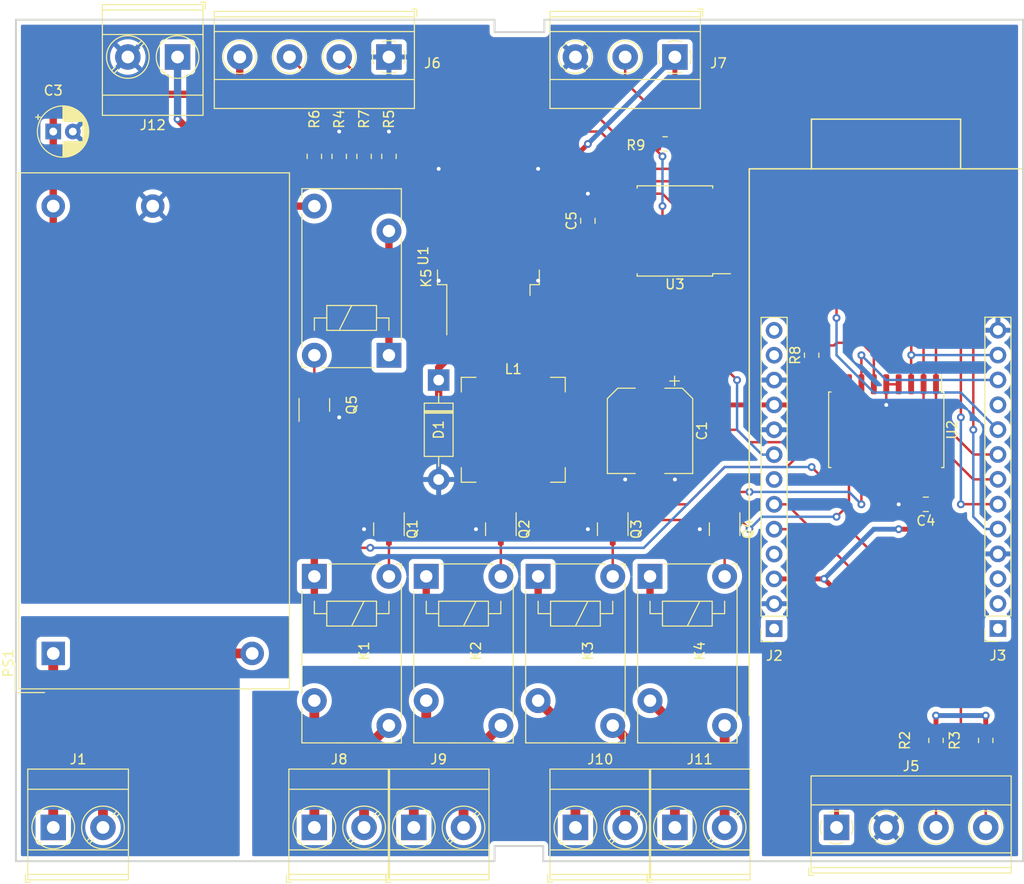
<source format=kicad_pcb>
(kicad_pcb (version 20211014) (generator pcbnew)
  (layers (0 "F.Cu" signal) (31 "B.Cu" signal) (34 "B.Paste" user) (35 "F.Paste" user) (36 "B.SilkS" user "B.Silkscreen") (37 "F.SilkS" user "F.Silkscreen") (38 "B.Mask" user) (39 "F.Mask" user) (44 "Edge.Cuts" user))
  (net 0 "")
  (net 1 "Net-(J1-Pad1)")
  (net 2 "Net-(J1-Pad2)")
  (net 3 "Net-(J8-Pad1)")
  (net 4 "EXT_GPIO0")
  (net 5 "Net-(K1-Pad2)")
  (net 6 "EXT_GPIO2")
  (net 7 "Net-(K2-Pad2)")
  (net 8 "EXT_GPIO4")
  (net 9 "Net-(K3-Pad2)")
  (net 10 "EXT_GPIO1")
  (net 11 "Net-(K4-Pad2)")
  (net 12 "EXT_GPIO3")
  (net 13 "Net-(K5-Pad2)")
  (net 14 "EXT_GPIO5")
  (net 15 "Net-(D1-Pad1)")
  (net 16 "GND")
  (net 17 "+3V3")
  (net 18 "GPIO14{slash}SPI-SCLK")
  (net 19 "GPIO15{slash}SPI-MOSI")
  (net 20 "GPIO2{slash}SPI-MISO")
  (net 21 "Net-(R8-Pad2)")
  (net 22 "GPIO4{slash}SPI-CS-EXPANDER")
  (net 24 "EXT_GPIO6")
  (net 25 "+12V")
  (net 26 "Net-(J8-Pad2)")
  (net 27 "ESP_EN (RESERVED)")
  (net 28 "ESP_EN")
  (net 29 "GPIO32{slash}I2C-SCL")
  (net 30 "GPIO33{slash}I2C-SDA")
  (net 31 "+5V")
  (net 32 "LINK LED")
  (net 33 "GPIO1, TXD0 (RESERVED)")
  (net 34 "GPIO3, RXD0 (RESERVED)")
  (net 35 "GPIO0 (RESERVED)")
  (net 36 "GPI39{slash}WATERMETER_2")
  (net 37 "GPI36{slash}WATERMETER_1")
  (net 38 "GPIO12{slash}SPI-CS-SENSOR")
  (net 39 "GPI35")
  (net 40 "Net-(J9-Pad1)")
  (net 41 "Net-(J9-Pad2)")
  (net 42 "Net-(J10-Pad1)")
  (net 43 "Net-(J10-Pad2)")
  (net 44 "Net-(J11-Pad1)")
  (net 45 "Net-(J11-Pad2)")
  (net 46 "Net-(J12-Pad1)")
  (net 47 "Net-(J6-Pad2)")
  (net 48 "Net-(J6-Pad3)")
  (net 49 "Net-(U3-Pad1)")
  (net 50 "Net-(U3-Pad2)")
  (net 51 "Net-(U3-Pad12)")
  (net 52 "EXT_GPIO7")
  (net 53 "GPIO5")
  (net 54 "GPIO17{slash}1-Wire interface")
  (footprint "Capacitor_SMD:CP_Elec_8x10.5" (layer "F.Cu") (at 105.41 73.77 -90)
    (fp_text reference "C1")
    (fp_text value "330uF/16V")
  )
  (footprint "Resistor_SMD:R_0805_2012Metric_Pad1.20x1.40mm_HandSolder" (layer "F.Cu") (at 76.2 45.72 -90)
    (fp_text reference "R7")
    (fp_text value "6k8")
  )
  (footprint "Resistor_SMD:R_0805_2012Metric_Pad1.20x1.40mm_HandSolder" (layer "F.Cu") (at 139.7 105.41 -90)
    (fp_text reference "R3")
    (fp_text value "4k7")
  )
  (footprint "TerminalBlock_Phoenix:TerminalBlock_Phoenix_MKDS-3-2-5.08_1x02_P5.08mm_Horizontal" (layer "F.Cu") (at 97.79 114.3)
    (fp_text reference "J10")
    (fp_text value "VENTILATOR")
  )
  (footprint "jips_library:OJE-SH-112DM" (layer "F.Cu") (at 93.98 88.642 -90)
    (fp_text reference "K3")
    (fp_text value "OJE-SH-112DM")
  )
  (footprint "TerminalBlock_Phoenix:TerminalBlock_Phoenix_MKDS-1,5-4-5.08_1x04_P5.08mm_Horizontal" (layer "F.Cu") (at 124.46 114.3)
    (fp_text reference "J5")
    (fp_text value "BME280")
  )
  (footprint "TerminalBlock_Phoenix:TerminalBlock_Phoenix_MKDS-3-2-5.08_1x02_P5.08mm_Horizontal" (layer "F.Cu") (at 44.45 114.3)
    (fp_text reference "J1")
    (fp_text value "230VAC IN")
  )
  (footprint "Resistor_SMD:R_0805_2012Metric_Pad1.20x1.40mm_HandSolder" (layer "F.Cu") (at 78.74 45.72 90)
    (fp_text reference "R5")
    (fp_text value "3k9")
  )
  (footprint "Capacitor_SMD:C_0805_2012Metric_Pad1.18x1.45mm_HandSolder" (layer "F.Cu") (at 133.5825 81.28 180)
    (fp_text reference "C4")
    (fp_text value "100nF")
  )
  (footprint "Resistor_SMD:R_0805_2012Metric_Pad1.20x1.40mm_HandSolder" (layer "F.Cu") (at 106.95 44.45 180)
    (fp_text reference "R9")
    (fp_text value "4k7")
  )
  (footprint "TerminalBlock_Phoenix:TerminalBlock_Phoenix_MKDS-1,5-3-5.08_1x03_P5.08mm_Horizontal" (layer "F.Cu") (at 107.95 35.56 180)
    (fp_text reference "J7")
    (fp_text value "Watertemp")
  )
  (footprint "jips_library:OJE-SH-112DM" (layer "F.Cu") (at 105.41 88.642 -90)
    (fp_text reference "K4")
    (fp_text value "OJE-SH-112DM")
  )
  (footprint "TerminalBlock_Phoenix:TerminalBlock_Phoenix_MKDS-3-2-5.08_1x02_P5.08mm_Horizontal" (layer "F.Cu") (at 107.95 114.3)
    (fp_text reference "J11")
    (fp_text value "RESERVE")
  )
  (footprint "Package_TO_SOT_SMD:SOT-23" (layer "F.Cu") (at 113.03 83.82 -90)
    (fp_text reference "Q4")
    (fp_text value "NUD3160")
  )
  (footprint "jips_library:OJE-SH-112DM" (layer "F.Cu") (at 71.12 88.642 -90)
    (fp_text reference "K1")
    (fp_text value "OJE-SH-112DM")
  )
  (footprint "TerminalBlock_Phoenix:TerminalBlock_Phoenix_MKDS-3-2-5.08_1x02_P5.08mm_Horizontal" (layer "F.Cu") (at 81.28 114.3)
    (fp_text reference "J9")
    (fp_text value "VENT. KLEP 2")
  )
  (footprint "Package_TO_SOT_SMD:SOT-23" (layer "F.Cu") (at 101.6 83.82 -90)
    (fp_text reference "Q3")
    (fp_text value "NUD3160")
  )
  (footprint "Diode_THT:D_DO-41_SOD81_P10.16mm_Horizontal" (layer "F.Cu") (at 83.82 68.58 -90)
    (fp_text reference "D1")
    (fp_text value "1N5818")
  )
  (footprint "Inductor_SMD:L_Bourns-SRN1060" (layer "F.Cu") (at 91.44 73.66)
    (fp_text reference "L1")
    (fp_text value "330uH")
  )
  (footprint "Package_TO_SOT_SMD:SOT-23" (layer "F.Cu") (at 90.17 83.82 -90)
    (fp_text reference "Q2")
    (fp_text value "NUD3160")
  )
  (footprint "Converter_ACDC:Converter_ACDC_Recom_RAC20-xxSK_THT" (layer "F.Cu") (at 44.45 96.52 90)
    (fp_text reference "PS1")
    (fp_text value "RAC20-12SK")
  )
  (footprint "Capacitor_SMD:C_0805_2012Metric_Pad1.18x1.45mm_HandSolder" (layer "F.Cu") (at 99.06 52.3025 90)
    (fp_text reference "C5")
    (fp_text value "100nF")
  )
  (footprint "Package_TO_SOT_SMD:SOT-23" (layer "F.Cu") (at 78.74 83.82 -90)
    (fp_text reference "Q1")
    (fp_text value "NUD3160")
  )
  (footprint "Connector_PinSocket_2.54mm:PinSocket_1x13_P2.54mm_Vertical" (layer "F.Cu") (at 118.085 93.98 180)
    (fp_text reference "J2")
    (fp_text value "Conn_01x13")
  )
  (footprint "jips_library:OJE-SH-112DM" (layer "F.Cu") (at 82.55 88.642 -90)
    (fp_text reference "K2")
    (fp_text value "OJE-SH-112DM")
  )
  (footprint "Package_SO:SOIC-18W_7.5x11.6mm_P1.27mm" (layer "F.Cu") (at 129.54 73.66 -90)
    (fp_text reference "U2")
    (fp_text value "MCP23S08-xSO")
  )
  (footprint "Resistor_SMD:R_0805_2012Metric_Pad1.20x1.40mm_HandSolder" (layer "F.Cu") (at 73.66 45.72 90)
    (fp_text reference "R4")
    (fp_text value "3k9")
  )
  (footprint "Package_TO_SOT_SMD:TO-263-5_TabPin3" (layer "F.Cu") (at 88.9 55.88 90)
    (fp_text reference "U1")
    (fp_text value "LM2575-3.3BU")
  )
  (footprint "TerminalBlock_Phoenix:TerminalBlock_Phoenix_MKDS-1,5-4-5.08_1x04_P5.08mm_Horizontal" (layer "F.Cu") (at 78.74 35.56 180)
    (fp_text reference "J6")
    (fp_text value "Watermeter")
  )
  (footprint "jips_library:OJE-SH-112DM" (layer "F.Cu") (at 78.74 66.04 90)
    (fp_text reference "K5")
    (fp_text value "OJE-SH-112DM")
  )
  (footprint "TerminalBlock_Phoenix:TerminalBlock_Phoenix_MKDS-3-2-5.08_1x02_P5.08mm_Horizontal" (layer "F.Cu") (at 57.15 35.56 180)
    (fp_text reference "J12")
    (fp_text value "LUCHTPOMP")
  )
  (footprint "TerminalBlock_Phoenix:TerminalBlock_Phoenix_MKDS-3-2-5.08_1x02_P5.08mm_Horizontal" (layer "F.Cu") (at 71.12 114.3)
    (fp_text reference "J8")
    (fp_text value "VENT. KLEP 1")
  )
  (footprint "Resistor_SMD:R_0805_2012Metric_Pad1.20x1.40mm_HandSolder" (layer "F.Cu") (at 71.12 45.72 -90)
    (fp_text reference "R6")
    (fp_text value "6k8")
  )
  (footprint "Package_TO_SOT_SMD:SOT-23" (layer "F.Cu") (at 71.12 71.12 90)
    (fp_text reference "Q5")
    (fp_text value "NUD3160")
  )
  (footprint "Resistor_SMD:R_0805_2012Metric_Pad1.20x1.40mm_HandSolder" (layer "F.Cu") (at 134.62 105.41 -90)
    (fp_text reference "R2")
    (fp_text value "4k7")
  )
  (footprint "Package_SO:SOIC-14W_7.5x9mm_P1.27mm" (layer "F.Cu") (at 107.95 53.34 180)
    (fp_text reference "U3")
    (fp_text value "MS5525DSO")
  )
  (footprint "Connector_PinSocket_2.54mm:PinSocket_1x13_P2.54mm_Vertical" (layer "F.Cu") (at 140.945 93.965 180)
    (fp_text reference "J3")
    (fp_text value "Conn_01x13")
  )
  (footprint "Resistor_SMD:R_0805_2012Metric_Pad1.20x1.40mm_HandSolder" (layer "F.Cu") (at 121.92 66.04 90)
    (fp_text reference "R8")
    (fp_text value "10k")
  )
  (footprint "Capacitor_THT:CP_Radial_D5.0mm_P2.00mm" (layer "F.Cu") (at 44.45 43.18)
    (fp_text reference "C3")
    (fp_text value "47uF/25V")
  )
  (gr_line (start 115.545 58.42) (end 115.545 46.99) (layer "F.SilkS") (width 0.15))
  (gr_line (start 121.895 47.005) (end 121.895 41.91) (layer "F.SilkS") (width 0.15))
  (gr_line (start 137.135 41.91) (end 137.135 46.99) (layer "F.SilkS") (width 0.15))
  (gr_line (start 115.545 102.87) (end 115.545 58.42) (layer "F.SilkS") (width 0.15))
  (gr_line (start 115.545 46.99) (end 143.485 46.99) (layer "F.SilkS") (width 0.15))
  (gr_line (start 143.485 102.87) (end 143.485 58.42) (layer "F.SilkS") (width 0.15))
  (gr_line (start 143.485 46.99) (end 143.485 58.42) (layer "F.SilkS") (width 0.15))
  (gr_line (start 121.895 41.91) (end 137.135 41.91) (layer "F.SilkS") (width 0.15))
  (gr_line (start 94.5 116.205) (end 94.5 117.75) (layer "Edge.Cuts") (width 0.2))
  (gr_line (start 89.535 117.75) (end 89.535 116.205) (layer "Edge.Cuts") (width 0.2))
  (gr_line (start 40.64 31.75) (end 40.64 117.75) (layer "Edge.Cuts") (width 0.2))
  (gr_line (start 143.51 31.75) (end 94.615 31.75) (layer "Edge.Cuts") (width 0.2))
  (gr_line (start 40.64 31.75) (end 89.535 31.75) (layer "Edge.Cuts") (width 0.2))
  (gr_line (start 40.64 117.75) (end 89.535 117.75) (layer "Edge.Cuts") (width 0.2))
  (gr_line (start 89.535 33.02) (end 94.615 33.02) (layer "Edge.Cuts") (width 0.2))
  (gr_line (start 89.535 116.205) (end 94.5 116.205) (layer "Edge.Cuts") (width 0.2))
  (gr_line (start 89.535 31.75) (end 89.535 33.02) (layer "Edge.Cuts") (width 0.2))
  (gr_line (start 143.51 117.75) (end 143.51 31.75) (layer "Edge.Cuts") (width 0.2))
  (gr_line (start 94.5 117.75) (end 143.51 117.75) (layer "Edge.Cuts") (width 0.2))
  (gr_line (start 94.615 33.02) (end 94.615 31.75) (layer "Edge.Cuts") (width 0.2))
  (segment (start 44.45 114.3) (end 44.45 96.52) (width 1) (layer "F.Cu") (net 1))
  (segment (start 55.88 96.52) (end 64.77 96.52) (width 1) (layer "F.Cu") (net 2))
  (segment (start 49.53 114.3) (end 49.53 102.87) (width 1) (layer "F.Cu") (net 2))
  (segment (start 49.53 102.87) (end 55.88 96.52) (width 1) (layer "F.Cu") (net 2))
  (segment (start 71.12 101.342) (end 71.12 114.3) (width 1) (layer "F.Cu") (net 3))
  (segment (start 70.17 75.25) (end 70.17 72.0575) (width 0.25) (layer "F.Cu") (net 4))
  (segment (start 73.025 78.105) (end 70.17 75.25) (width 0.25) (layer "F.Cu") (net 4))
  (segment (start 124.46 78.31) (end 122.76 78.31) (width 0.25) (layer "F.Cu") (net 4))
  (segment (start 122.76 78.31) (end 121.92 77.47) (width 0.25) (layer "F.Cu") (net 4))
  (segment (start 73.025 83.82) (end 73.025 78.105) (width 0.25) (layer "F.Cu") (net 4))
  (segment (start 74.93 85.725) (end 73.025 83.82) (width 0.25) (layer "F.Cu") (net 4))
  (segment (start 76.835 85.725) (end 74.93 85.725) (width 0.25) (layer "F.Cu") (net 4))
  (via (at 76.835 85.725) (size 0.8) (drill 0.4) (layers "F.Cu" "B.Cu") (net 4))
  (via (at 121.92 77.47) (size 0.8) (drill 0.4) (layers "F.Cu" "B.Cu") (net 4))
  (segment (start 104.775 85.725) (end 76.835 85.725) (width 0.25) (layer "B.Cu") (net 4))
  (segment (start 105.41 85.09) (end 104.775 85.725) (width 0.25) (layer "B.Cu") (net 4))
  (segment (start 121.92 77.47) (end 113.03 77.47) (width 0.25) (layer "B.Cu") (net 4))
  (segment (start 113.03 77.47) (end 105.41 85.09) (width 0.25) (layer "B.Cu") (net 4))
  (segment (start 78.74 84.7575) (end 78.74 88.642) (width 0.25) (layer "F.Cu") (net 5))
  (segment (start 102.55 82.8825) (end 108.8875 82.8825) (width 0.25) (layer "F.Cu") (net 6))
  (segment (start 108.8875 82.8825) (end 111.76 80.01) (width 0.25) (layer "F.Cu") (net 6))
  (segment (start 111.76 80.01) (end 115.57 80.01) (width 0.25) (layer "F.Cu") (net 6))
  (segment (start 127 78.31) (end 127 81.28) (width 0.25) (layer "F.Cu") (net 6))
  (via (at 115.57 80.01) (size 0.8) (drill 0.4) (layers "F.Cu" "B.Cu") (net 6))
  (via (at 127 81.28) (size 0.8) (drill 0.4) (layers "F.Cu" "B.Cu") (net 6))
  (segment (start 125.73 80.01) (end 115.57 80.01) (width 0.25) (layer "B.Cu") (net 6))
  (segment (start 127 81.28) (end 125.73 80.01) (width 0.25) (layer "B.Cu") (net 6))
  (segment (start 90.17 84.7575) (end 90.17 88.642) (width 0.25) (layer "F.Cu") (net 7))
  (segment (start 87.63 81.28) (end 86.0275 82.8825) (width 0.25) (layer "F.Cu") (net 8))
  (segment (start 104.14 73.66) (end 96.52 81.28) (width 0.25) (layer "F.Cu") (net 8))
  (segment (start 114.3 73.66) (end 104.14 73.66) (width 0.25) (layer "F.Cu") (net 8))
  (segment (start 129.54 76.2) (end 128.27 74.93) (width 0.25) (layer "F.Cu") (net 8))
  (segment (start 115.57 74.93) (end 114.3 73.66) (width 0.25) (layer "F.Cu") (net 8))
  (segment (start 96.52 81.28) (end 87.63 81.28) (width 0.25) (layer "F.Cu") (net 8))
  (segment (start 129.54 78.31) (end 129.54 76.2) (width 0.25) (layer "F.Cu") (net 8))
  (segment (start 86.0275 82.8825) (end 79.69 82.8825) (width 0.25) (layer "F.Cu") (net 8))
  (segment (start 128.27 74.93) (end 115.57 74.93) (width 0.25) (layer "F.Cu") (net 8))
  (segment (start 101.6 84.7575) (end 101.6 88.642) (width 0.25) (layer "F.Cu") (net 9))
  (segment (start 125.73 78.31) (end 125.73 81.28) (width 0.25) (layer "F.Cu") (net 10))
  (segment (start 113.98 82.8825) (end 114.6325 82.8825) (width 0.25) (layer "F.Cu") (net 10))
  (segment (start 114.6325 82.8825) (end 115.57 83.82) (width 0.25) (layer "F.Cu") (net 10))
  (segment (start 125.73 81.28) (end 124.46 82.55) (width 0.25) (layer "F.Cu") (net 10))
  (via (at 124.46 82.55) (size 0.8) (drill 0.4) (layers "F.Cu" "B.Cu") (net 10))
  (via (at 115.57 83.82) (size 0.8) (drill 0.4) (layers "F.Cu" "B.Cu") (net 10))
  (segment (start 115.57 83.82) (end 116.84 82.55) (width 0.25) (layer "B.Cu") (net 10))
  (segment (start 124.46 82.55) (end 116.84 82.55) (width 0.25) (layer "B.Cu") (net 10))
  (segment (start 113.03 84.7575) (end 113.03 88.642) (width 0.25) (layer "F.Cu") (net 11))
  (segment (start 127 76.2) (end 128.27 77.47) (width 0.25) (layer "F.Cu") (net 12))
  (segment (start 120.65 76.2) (end 127 76.2) (width 0.25) (layer "F.Cu") (net 12))
  (segment (start 119.38 77.47) (end 120.65 76.2) (width 0.25) (layer "F.Cu") (net 12))
  (segment (start 109.22 81.28) (end 113.03 77.47) (width 0.25) (layer "F.Cu") (net 12))
  (segment (start 99.06 81.28) (end 109.22 81.28) (width 0.25) (layer "F.Cu") (net 12))
  (segment (start 91.12 82.8825) (end 97.4575 82.8825) (width 0.25) (layer "F.Cu") (net 12))
  (segment (start 113.03 77.47) (end 119.38 77.47) (width 0.25) (layer "F.Cu") (net 12))
  (segment (start 97.4575 82.8825) (end 99.06 81.28) (width 0.25) (layer "F.Cu") (net 12))
  (segment (start 128.27 77.47) (end 128.27 78.31) (width 0.25) (layer "F.Cu") (net 12))
  (segment (start 71.12 70.1825) (end 71.12 66.04) (width 0.25) (layer "F.Cu") (net 13))
  (segment (start 86.36 66.04) (end 85.09 66.04) (width 0.75) (layer "F.Cu") (net 15))
  (segment (start 87.2 61.655) (end 87.2 65.2) (width 0.75) (layer "F.Cu") (net 15))
  (segment (start 85.09 66.04) (end 83.82 67.31) (width 0.75) (layer "F.Cu") (net 15))
  (segment (start 87.2 65.2) (end 86.36 66.04) (width 0.75) (layer "F.Cu") (net 15))
  (segment (start 85.09 73.66) (end 88.14 73.66) (width 0.75) (layer "F.Cu") (net 15))
  (segment (start 83.82 67.31) (end 83.82 68.58) (width 0.75) (layer "F.Cu") (net 15))
  (segment (start 83.82 68.58) (end 83.82 72.39) (width 0.75) (layer "F.Cu") (net 15))
  (segment (start 83.82 72.39) (end 85.09 73.66) (width 0.75) (layer "F.Cu") (net 15))
  (segment (start 99.06 49.53) (end 99.06 51.265) (width 0.25) (layer "F.Cu") (net 16))
  (segment (start 92.71 58.42) (end 93.98 58.42) (width 0.25) (layer "F.Cu") (net 16))
  (segment (start 72.07 72.0575) (end 73.3275 72.0575) (width 0.25) (layer "F.Cu") (net 16))
  (segment (start 92.3 61.655) (end 92.3 58.83) (width 0.25) (layer "F.Cu") (net 16))
  (segment (start 92.3 58.83) (end 92.71 58.42) (width 0.25) (layer "F.Cu") (net 16))
  (segment (start 99.06 49.53) (end 100.33 49.53) (width 0.25) (layer "F.Cu") (net 16))
  (segment (start 88.9 61.655) (end 88.9 52.505) (width 0.75) (layer "F.Cu") (net 16))
  (segment (start 77.1375 82.8825) (end 76.2 83.82) (width 0.25) (layer "F.Cu") (net 16))
  (segment (start 99.9975 82.8825) (end 99.06 83.82) (width 0.25) (layer "F.Cu") (net 16))
  (segment (start 88.9 52.07) (end 83.82 46.99) (width 0.75) (layer "F.Cu") (net 16))
  (segment (start 129.54 71.12) (end 129.54 69.01) (width 0.25) (layer "F.Cu") (net 16))
  (segment (start 89.22 82.8825) (end 88.5675 82.8825) (width 0.25) (layer "F.Cu") (net 16))
  (segment (start 88.9 53.34) (end 83.82 58.42) (width 0.75) (layer "F.Cu") (net 16))
  (segment (start 88.9 52.505) (end 88.9 52.07) (width 0.25) (layer "F.Cu") (net 16))
  (segment (start 88.9 53.34) (end 93.98 58.42) (width 0.75) (layer "F.Cu") (net 16))
  (segment (start 78.74 44.72) (end 78.74 43.18) (width 0.25) (layer "F.Cu") (net 16))
  (segment (start 125.73 71.12) (end 124.46 69.85) (width 0.25) (layer "F.Cu") (net 16))
  (segment (start 132.545 81.28) (end 130.81 81.28) (width 0.25) (layer "F.Cu") (net 16))
  (segment (start 124.46 69.85) (end 124.46 69.01) (width 0.25) (layer "F.Cu") (net 16))
  (segment (start 111.4275 82.8825) (end 110.49 83.82) (width 0.25) (layer "F.Cu") (net 16))
  (segment (start 73.3275 72.0575) (end 73.66 72.39) (width 0.25) (layer "F.Cu") (net 16))
  (segment (start 129.54 69.01) (end 130.81 69.01) (width 0.25) (layer "F.Cu") (net 16))
  (segment (start 88.9 52.505) (end 88.9 53.34) (width 0.25) (layer "F.Cu") (net 16))
  (segment (start 100.65 82.8825) (end 99.9975 82.8825) (width 0.25) (layer "F.Cu") (net 16))
  (segment (start 112.08 82.8825) (end 111.4275 82.8825) (width 0.25) (layer "F.Cu") (net 16))
  (segment (start 102.87 78.74) (end 104.14 77.47) (width 0.75) (layer "F.Cu") (net 16))
  (segment (start 73.66 43.18) (end 73.66 44.72) (width 0.25) (layer "F.Cu") (net 16))
  (segment (start 129.54 71.12) (end 125.73 71.12) (width 0.25) (layer "F.Cu") (net 16))
  (segment (start 88.5675 82.8825) (end 87.63 83.82) (width 0.25) (layer "F.Cu") (net 16))
  (segment (start 100.33 49.53) (end 101.6 50.8) (width 0.25) (layer "F.Cu") (net 16))
  (segment (start 77.79 82.8825) (end 77.1375 82.8825) (width 0.25) (layer "F.Cu") (net 16))
  (segment (start 107.95 78.74) (end 106.68 77.47) (width 0.75) (layer "F.Cu") (net 16))
  (segment (start 88.9 52.07) (end 93.98 46.99) (width 0.75) (layer "F.Cu") (net 16))
  (segment (start 106.68 77.47) (end 105.41 77.47) (width 0.75) (layer "F.Cu") (net 16))
  (segment (start 104.14 77.47) (end 105.41 77.47) (width 0.75) (layer "F.Cu") (net 16))
  (segment (start 101.6 50.8) (end 103.3 50.8) (width 0.25) (layer "F.Cu") (net 16))
  (segment (start 103.3 52.07) (end 103.3 50.8) (width 0.25) (layer "F.Cu") (net 16))
  (via (at 107.95 78.74) (size 0.8) (drill 0.4) (layers "F.Cu" "B.Cu") (net 16))
  (via (at 83.82 46.99) (size 0.8) (drill 0.4) (layers "F.Cu" "B.Cu") (net 16))
  (via (at 87.63 83.82) (size 0.8) (drill 0.4) (layers "F.Cu" "B.Cu") (net 16))
  (via (at 73.66 72.39) (size 0.8) (drill 0.4) (layers "F.Cu" "B.Cu") (net 16))
  (via (at 78.74 43.18) (size 0.8) (drill 0.4) (layers "F.Cu" "B.Cu") (net 16))
  (via (at 102.87 78.74) (size 0.8) (drill 0.4) (layers "F.Cu" "B.Cu") (net 16))
  (via (at 83.82 58.42) (size 0.8) (drill 0.4) (layers "F.Cu" "B.Cu") (net 16))
  (via (at 130.81 81.28) (size 0.8) (drill 0.4) (layers "F.Cu" "B.Cu") (net 16))
  (via (at 93.98 46.99) (size 0.8) (drill 0.4) (layers "F.Cu" "B.Cu") (net 16))
  (via (at 99.06 49.53) (size 0.8) (drill 0.4) (layers "F.Cu" "B.Cu") (net 16))
  (via (at 73.66 43.18) (size 0.8) (drill 0.4) (layers "F.Cu" "B.Cu") (net 16))
  (via (at 93.98 58.42) (size 0.8) (drill 0.4) (layers "F.Cu" "B.Cu") (net 16))
  (via (at 110.49 83.82) (size 0.8) (drill 0.4) (layers "F.Cu" "B.Cu") (net 16))
  (via (at 76.2 83.82) (size 0.8) (drill 0.4) (layers "F.Cu" "B.Cu") (net 16))
  (via (at 99.06 83.82) (size 0.8) (drill 0.4) (layers "F.Cu" "B.Cu") (net 16))
  (via (at 129.54 71.12) (size 0.8) (drill 0.4) (layers "F.Cu" "B.Cu") (net 16))
  (segment (start 134.62 81.28) (end 134.62 78.31) (width 0.5) (layer "F.Cu") (net 17))
  (segment (start 123.19 88.9) (end 118.085 88.9) (width 0.5) (layer "F.Cu") (net 17))
  (segment (start 134.62 82.55) (end 133.35 83.82) (width 0.5) (layer "F.Cu") (net 17))
  (segment (start 121.92 73.66) (end 119.38 71.12) (width 0.5) (layer "F.Cu") (net 17))
  (segment (start 124.46 103.41) (end 124.46 90.17) (width 0.5) (layer "F.Cu") (net 17))
  (segment (start 132.08 73.66) (end 121.92 73.66) (width 0.5) (layer "F.Cu") (net 17))
  (segment (start 125.095 104.14) (end 124.46 104.775) (width 0.5) (layer "F.Cu") (net 17))
  (segment (start 97.79 53.34) (end 99.06 53.34) (width 0.5) (layer "F.Cu") (net 17))
  (segment (start 91.44 66.04) (end 92.71 66.04) (width 0.75) (layer "F.Cu") (net 17))
  (segment (start 99.06 55.245) (end 99.06 54.61) (width 0.5) (layer "F.Cu") (net 17))
  (segment (start 94.74 73.66) (end 97.79 73.66) (width 0.75) (layer "F.Cu") (net 17))
  (segment (start 96.52 52.07) (end 97.79 53.34) (width 0.5) (layer "F.Cu") (net 17))
  (segment (start 124.46 103.505) (end 124.46 104.14) (width 0.5) (layer "F.Cu") (net 17))
  (segment (start 111.98 70.07) (end 113.03 71.12) (width 0.75) (layer "F.Cu") (net 17))
  (segment (start 134.62 104.41) (end 134.62 102.87) (width 0.5) (layer "F.Cu") (net 17))
  (segment (start 100.33 55.88) (end 99.695 55.88) (width 0.5) (layer "F.Cu") (net 17))
  (segment (start 124.46 104.14) (end 124.46 105.41) (width 0.5) (layer "F.Cu") (net 17))
  (segment (start 103.3 55.88) (end 100.33 55.88) (width 0.5) (layer "F.Cu") (net 17))
  (segment (start 99.695 55.88) (end 99.06 55.88) (width 0.5) (layer "F.Cu") (net 17))
  (segment (start 94.74 68.07) (end 94.74 73.66) (width 0.75) (layer "F.Cu") (net 17))
  (segment (start 133.35 83.82) (end 130.81 83.82) (width 0.5) (layer "F.Cu") (net 17))
  (segment (start 99.06 54.61) (end 99.06 53.34) (width 0.5) (layer "F.Cu") (net 17))
  (segment (start 107.95 35.56) (end 107.95 44.45) (width 0.5) (layer "F.Cu") (net 17))
  (segment (start 99.06 56.515) (end 99.06 55.88) (width 0.5) (layer "F.Cu") (net 17))
  (segment (start 90.6 65.2) (end 91.44 66.04) (width 0.75) (layer "F.Cu") (net 17))
  (segment (start 139.7 104.41) (end 139.7 102.87) (width 0.5) (layer "F.Cu") (net 17))
  (segment (start 121.92 68.58) (end 119.38 71.12) (width 0.25) (layer "F.Cu") (net 17))
  (segment (start 124.46 103.41) (end 124.46 103.505) (width 0.5) (layer "F.Cu") (net 17))
  (segment (start 99.695 55.88) (end 99.06 56.515) (width 0.25) (layer "F.Cu") (net 17))
  (segment (start 121.92 67.04) (end 121.92 68.58) (width 0.25) (layer "F.Cu") (net 17))
  (segment (start 90.6 61.655) (end 90.6 65.2) (width 0.75) (layer "F.Cu") (net 17))
  (segment (start 134.62 78.31) (end 134.62 76.2) (width 0.5) (layer "F.Cu") (net 17))
  (segment (start 99.06 53.34) (end 103.3 53.34) (width 0.5) (layer "F.Cu") (net 17))
  (segment (start 124.46 103.505) (end 125.095 104.14) (width 0.5) (layer "F.Cu") (net 17))
  (segment (start 101.38 70.07) (end 105.41 70.07) (width 0.75) (layer "F.Cu") (net 17))
  (segment (start 119.38 71.12) (end 118.085 71.12) (width 0.5) (layer "F.Cu") (net 17))
  (segment (start 105.41 70.07) (end 111.98 70.07) (width 0.75) (layer "F.Cu") (net 17))
  (segment (start 134.62 82.55) (end 134.62 81.28) (width 0.5) (layer "F.Cu") (net 17))
  (segment (start 118.085 71.12) (end 113.03 71.12) (width 0.5) (layer "F.Cu") (net 17))
  (segment (start 99.06 57.15) (end 99.06 56.515) (width 0.5) (layer "F.Cu") (net 17))
  (segment (start 131.715 104.41) (end 131.445 104.14) (width 0.5) (layer "F.Cu") (net 17))
  (segment (start 105.41 70.07) (end 105.41 66.04) (width 0.5) (layer "F.Cu") (net 17))
  (segment (start 124.46 90.17) (end 123.19 88.9) (width 0.5) (layer "F.Cu") (net 17))
  (segment (start 131.445 104.14) (end 125.095 104.14) (width 0.5) (layer "F.Cu") (net 17))
  (segment (start 97.79 73.66) (end 101.38 70.07) (width 0.75) (layer "F.Cu") (net 17))
  (segment (start 105.41 66.04) (end 99.06 59.69) (width 0.5) (layer "F.Cu") (net 17))
  (segment (start 92.71 66.04) (end 94.74 68.07) (width 0.75) (layer "F.Cu") (net 17))
  (segment (start 99.06 44.45) (end 96.52 46.99) (width 0.5) (layer "F.Cu") (net 17))
  (segment (start 124.46 105.41) (end 124.46 114.3) (width 0.5) (layer "F.Cu") (net 17))
  (segment (start 125.095 104.14) (end 124.46 104.14) (width 0.25) (layer "F.Cu") (net 17))
  (segment (start 134.62 76.2) (end 132.08 73.66) (width 0.5) (layer "F.Cu") (net 17))
  (segment (start 134.62 104.41) (end 131.715 104.41) (width 0.5) (layer "F.Cu") (net 17))
  (segment (start 99.06 55.88) (end 99.06 55.245) (width 0.5) (layer "F.Cu") (net 17))
  (segment (start 99.695 55.88) (end 99.06 55.245) (width 0.25) (layer "F.Cu") (net 17))
  (segment (start 99.06 59.69) (end 99.06 57.15) (width 0.5) (layer "F.Cu") (net 17))
  (segment (start 96.52 46.99) (end 96.52 52.07) (width 0.5) (layer "F.Cu") (net 17))
  (via (at 130.81 83.82) (size 0.8) (drill 0.4) (layers "F.Cu" "B.Cu") (net 17))
  (via (at 123.19 88.9) (size 0.8) (drill 0.4) (layers "F.Cu" "B.Cu") (net 17))
  (via (at 139.7 102.87) (size 0.8) (drill 0.4) (layers "F.Cu" "B.Cu") (net 17))
  (via (at 134.62 102.87) (size 0.8) (drill 0.4) (layers "F.Cu" "B.Cu") (net 17))
  (via (at 99.06 44.45) (size 0.8) (drill 0.4) (layers "F.Cu" "B.Cu") (net 17))
  (segment (start 134.62 102.87) (end 139.7 102.87) (width 0.5) (layer "B.Cu") (net 17))
  (segment (start 123.19 88.9) (end 128.27 83.82) (width 0.5) (layer "B.Cu") (net 17))
  (segment (start 107.95 35.56) (end 99.06 44.45) (width 0.5) (layer "B.Cu") (net 17))
  (segment (start 128.27 83.82) (end 130.81 83.82) (width 0.5) (layer "B.Cu") (net 17))
  (segment (start 130.81 49.53) (end 134.62 53.34) (width 0.25) (layer "F.Cu") (net 18))
  (segment (start 134.62 72.36) (end 134.62 69.01) (width 0.25) (layer "F.Cu") (net 18))
  (segment (start 134.62 53.34) (end 134.62 69.01) (width 0.25) (layer "F.Cu") (net 18))
  (segment (start 138.445 76.185) (end 134.62 72.36) (width 0.25) (layer "F.Cu") (net 18))
  (segment (start 112.6 49.53) (end 130.81 49.53) (width 0.25) (layer "F.Cu") (net 18))
  (segment (start 140.945 76.185) (end 138.445 76.185) (width 0.25) (layer "F.Cu") (net 18))
  (segment (start 138.415 78.725) (end 133.35 73.66) (width 0.25) (layer "F.Cu") (net 19))
  (segment (start 140.945 78.725) (end 138.415 78.725) (width 0.25) (layer "F.Cu") (net 19))
  (segment (start 133.35 73.66) (end 133.35 69.01) (width 0.25) (layer "F.Cu") (net 19))
  (segment (start 129.54 50.8) (end 112.6 50.8) (width 0.25) (layer "F.Cu") (net 19))
  (segment (start 133.35 54.61) (end 129.54 50.8) (width 0.25) (layer "F.Cu") (net 19))
  (segment (start 133.35 69.01) (end 133.35 54.61) (width 0.25) (layer "F.Cu") (net 19))
  (segment (start 132.095 66.025) (end 132.08 66.04) (width 0.25) (layer "F.Cu") (net 20))
  (segment (start 128.27 52.07) (end 132.095 55.895) (width 0.25) (layer "F.Cu") (net 20))
  (segment (start 132.08 66.04) (end 132.08 69.01) (width 0.25) (layer "F.Cu") (net 20))
  (segment (start 112.6 52.07) (end 128.27 52.07) (width 0.25) (layer "F.Cu") (net 20))
  (segment (start 132.095 55.895) (end 132.095 66.025) (width 0.25) (layer "F.Cu") (net 20))
  (via (at 132.095 66.025) (size 0.8) (drill 0.4) (layers "F.Cu" "B.Cu") (net 20))
  (segment (start 140.945 66.025) (end 132.095 66.025) (width 0.25) (layer "B.Cu") (net 20))
  (segment (start 121.92 65.04) (end 124.19 65.04) (width 0.25) (layer "F.Cu") (net 21))
  (segment (start 128.27 69.01) (end 128.27 66.04) (width 0.25) (layer "F.Cu") (net 21))
  (segment (start 124.19 65.04) (end 124.46 64.77) (width 0.25) (layer "F.Cu") (net 21))
  (segment (start 128.27 66.04) (end 127 64.77) (width 0.25) (layer "F.Cu") (net 21))
  (segment (start 127 64.77) (end 124.46 64.77) (width 0.25) (layer "F.Cu") (net 21))
  (segment (start 127 66.04) (end 127 69.01) (width 0.25) (layer "F.Cu") (net 22))
  (via (at 127 66.04) (size 0.8) (drill 0.4) (layers "F.Cu" "B.Cu") (net 22))
  (segment (start 129.525 68.565) (end 127 66.04) (width 0.25) (layer "B.Cu") (net 22))
  (segment (start 140.945 68.565) (end 129.525 68.565) (width 0.25) (layer "B.Cu") (net 22))
  (segment (start 62.23 39.37) (end 63.5 38.1) (width 0.75) (layer "F.Cu") (net 25))
  (segment (start 81.28 92.71) (end 82.55 92.71) (width 0.75) (layer "F.Cu") (net 25))
  (segment (start 105.41 88.642) (end 105.41 91.44) (width 0.75) (layer "F.Cu") (net 25))
  (segment (start 64.77 76.2) (end 64.77 63.5) (width 0.75) (layer "F.Cu") (net 25))
  (segment (start 93.98 91.44) (end 95.25 92.71) (width 0.75) (layer "F.Cu") (net 25))
  (segment (start 64.77 63.5) (end 63.5 62.23) (width 0.75) (layer "F.Cu") (net 25))
  (segment (start 83.82 92.71) (end 92.71 92.71) (width 0.75) (layer "F.Cu") (net 25))
  (segment (start 71.12 82.55) (end 64.77 76.2) (width 0.75) (layer "F.Cu") (net 25))
  (segment (start 82.55 91.44) (end 82.55 92.71) (width 0.75) (layer "F.Cu") (net 25))
  (segment (start 71.12 88.642) (end 71.12 82.55) (width 0.75) (layer "F.Cu") (net 25))
  (segment (start 63.5 62.23) (end 64.77 62.23) (width 0.75) (layer "F.Cu") (net 25))
  (segment (start 82.55 62.23) (end 83.125 61.655) (width 0.75) (layer "F.Cu") (net 25))
  (segment (start 78.74 63.5) (end 78.74 66.04) (width 0.75) (layer "F.Cu") (net 25))
  (segment (start 63.5 62.23) (end 50.8 62.23) (width 0.75) (layer "F.Cu") (net 25))
  (segment (start 93.98 91.44) (end 93.98 92.71) (width 0.75) (layer "F.Cu") (net 25))
  (segment (start 82.55 91.44) (end 82.55 88.642) (width 0.75) (layer "F.Cu") (net 25))
  (segment (start 63.5 38.1) (end 63.5 35.56) (width 0.75) (layer "F.Cu") (net 25))
  (segment (start 82.55 91.44) (end 81.28 92.71) (width 0.75) (layer "F.Cu") (net 25))
  (segment (start 64.77 62.23) (end 66.04 62.23) (width 0.75) (layer "F.Cu") (net 25))
  (segment (start 93.98 92.71) (end 95.25 92.71) (width 0.75) (layer "F.Cu") (net 25))
  (segment (start 82.55 92.71) (end 83.82 92.71) (width 0.75) (layer "F.Cu") (net 25))
  (segment (start 93.98 91.44) (end 93.98 88.642) (width 0.75) (layer "F.Cu") (net 25))
  (segment (start 93.98 91.44) (end 92.71 92.71) (width 0.75) (layer "F.Cu") (net 25))
  (segment (start 72.39 92.71) (end 81.28 92.71) (width 0.75) (layer "F.Cu") (net 25))
  (segment (start 83.125 61.655) (end 85.5 61.655) (width 0.75) (layer "F.Cu") (net 25))
  (segment (start 50.8 62.23) (end 44.45 55.88) (width 0.75) (layer "F.Cu") (net 25))
  (segment (start 105.41 91.44) (end 104.14 92.71) (width 0.75) (layer "F.Cu") (net 25))
  (segment (start 72.39 92.71) (end 71.12 91.44) (width 0.75) (layer "F.Cu") (net 25))
  (segment (start 45.72 39.37) (end 62.23 39.37) (width 0.75) (layer "F.Cu") (net 25))
  (segment (start 66.04 62.23) (end 77.47 62.23) (width 0.75) (layer "F.Cu") (net 25))
  (segment (start 64.77 63.5) (end 66.04 62.23) (width 0.75) (layer "F.Cu") (net 25))
  (segment (start 82.55 91.44) (end 83.82 92.71) (width 0.75) (layer "F.Cu") (net 25))
  (segment (start 92.71 92.71) (end 93.98 92.71) (width 0.75) (layer "F.Cu") (net 25))
  (segment (start 64.77 63.5) (end 64.77 62.23) (width 0.75) (layer "F.Cu") (net 25))
  (segment (start 77.47 62.23) (end 78.74 63.5) (width 0.75) (layer "F.Cu") (net 25))
  (segment (start 44.45 40.64) (end 45.72 39.37) (width 0.75) (layer "F.Cu") (net 25))
  (segment (start 78.74 63.5) (end 78.74 53.34) (width 0.75) (layer "F.Cu") (net 25))
  (segment (start 44.45 55.88) (end 44.45 50.8) (width 0.75) (layer "F.Cu") (net 25))
  (segment (start 44.45 43.18) (end 44.45 40.64) (width 0.75) (layer "F.Cu") (net 25))
  (segment (start 95.25 92.71) (end 104.14 92.71) (width 0.75) (layer "F.Cu") (net 25))
  (segment (start 71.12 91.44) (end 71.12 88.642) (width 0.75) (layer "F.Cu") (net 25))
  (segment (start 77.47 62.23) (end 82.55 62.23) (width 0.75) (layer "F.Cu") (net 25))
  (segment (start 44.45 50.8) (end 44.45 43.18) (width 0.75) (layer "F.Cu") (net 25))
  (segment (start 78.74 103.882) (end 76.2 106.422) (width 1) (layer "F.Cu") (net 26))
  (segment (start 76.2 106.422) (end 76.2 114.3) (width 1) (layer "F.Cu") (net 26))
  (segment (start 134.62 106.41) (end 134.62 114.3) (width 0.25) (layer "F.Cu") (net 29))
  (segment (start 121.92 86.36) (end 124.46 86.36) (width 0.25) (layer "F.Cu") (net 29))
  (segment (start 119.38 83.82) (end 121.92 86.36) (width 0.25) (layer "F.Cu") (net 29))
  (segment (start 137.16 99.06) (end 137.16 105.41) (width 0.25) (layer "F.Cu") (net 29))
  (segment (start 124.46 86.36) (end 137.16 99.06) (width 0.25) (layer "F.Cu") (net 29))
  (segment (start 137.16 105.41) (end 136.16 106.41) (width 0.25) (layer "F.Cu") (net 29))
  (segment (start 118.085 83.82) (end 119.38 83.82) (width 0.25) (layer "F.Cu") (net 29))
  (segment (start 136.16 106.41) (end 134.62 106.41) (width 0.25) (layer "F.Cu") (net 29))
  (segment (start 119.38 81.28) (end 121.92 83.82) (width 0.25) (layer "F.Cu") (net 30))
  (segment (start 139.7 106.41) (end 139.7 114.3) (width 0.25) (layer "F.Cu") (net 30))
  (segment (start 118.085 81.28) (end 119.38 81.28) (width 0.25) (layer "F.Cu") (net 30))
  (segment (start 142.24 105.41) (end 141.24 106.41) (width 0.25) (layer "F.Cu") (net 30))
  (segment (start 125.73 83.82) (end 142.24 100.33) (width 0.25) (layer "F.Cu") (net 30))
  (segment (start 121.92 83.82) (end 125.73 83.82) (width 0.25) (layer "F.Cu") (net 30))
  (segment (start 142.24 100.33) (end 142.24 105.41) (width 0.25) (layer "F.Cu") (net 30))
  (segment (start 141.24 106.41) (end 139.7 106.41) (width 0.25) (layer "F.Cu") (net 30))
  (segment (start 80.28 46.72) (end 85.09 41.91) (width 0.25) (layer "F.Cu") (net 36))
  (segment (start 100.33 41.91) (end 105.41 46.99) (width 0.25) (layer "F.Cu") (net 36))
  (segment (start 105.41 46.99) (end 133.35 46.99) (width 0.25) (layer "F.Cu") (net 36))
  (segment (start 78.74 46.72) (end 80.28 46.72) (width 0.25) (layer "F.Cu") (net 36))
  (segment (start 138.43 52.07) (end 138.43 73.66) (width 0.25) (layer "F.Cu") (net 36))
  (segment (start 76.2 46.72) (end 78.74 46.72) (width 0.25) (layer "F.Cu") (net 36))
  (segment (start 133.35 46.99) (end 138.43 52.07) (width 0.25) (layer "F.Cu") (net 36))
  (segment (start 85.09 41.91) (end 100.33 41.91) (width 0.25) (layer "F.Cu") (net 36))
  (via (at 138.43 73.66) (size 0.8) (drill 0.4) (layers "F.Cu" "B.Cu") (net 36))
  (segment (start 139.685 83.805) (end 140.945 83.805) (width 0.25) (layer "B.Cu") (net 36))
  (segment (start 138.43 73.66) (end 138.43 82.55) (width 0.25) (layer "B.Cu") (net 36))
  (segment (start 138.43 82.55) (end 139.685 83.805) (width 0.25) (layer "B.Cu") (net 36))
  (segment (start 73.66 46.72) (end 73.66 48.26) (width 0.25) (layer "F.Cu") (net 37))
  (segment (start 100.33 43.18) (end 105.41 48.26) (width 0.25) (layer "F.Cu") (net 37))
  (segment (start 137.175 81.265) (end 140.945 81.265) (width 0.25) (layer "F.Cu") (net 37))
  (segment (start 137.16 53.34) (end 137.16 72.39) (width 0.25) (layer "F.Cu") (net 37))
  (segment (start 78.74 49.53) (end 85.09 43.18) (width 0.25) (layer "F.Cu") (net 37))
  (segment (start 71.12 46.72) (end 73.66 46.72) (width 0.25) (layer "F.Cu") (net 37))
  (segment (start 132.08 48.26) (end 137.16 53.34) (width 0.25) (layer "F.Cu") (net 37))
  (segment (start 105.41 48.26) (end 132.08 48.26) (width 0.25) (layer "F.Cu") (net 37))
  (segment (start 74.93 49.53) (end 78.74 49.53) (width 0.25) (layer "F.Cu") (net 37))
  (segment (start 73.66 48.26) (end 74.93 49.53) (width 0.25) (layer "F.Cu") (net 37))
  (segment (start 137.16 81.28) (end 137.175 81.265) (width 0.25) (layer "F.Cu") (net 37))
  (segment (start 85.09 43.18) (end 100.33 43.18) (width 0.25) (layer "F.Cu") (net 37))
  (via (at 137.16 81.28) (size 0.8) (drill 0.4) (layers "F.Cu" "B.Cu") (net 37))
  (via (at 137.16 72.39) (size 0.8) (drill 0.4) (layers "F.Cu" "B.Cu") (net 37))
  (segment (start 137.16 72.39) (end 137.16 81.28) (width 0.25) (layer "B.Cu") (net 37))
  (segment (start 107.95 50.8) (end 106.68 49.53) (width 0.25) (layer "F.Cu") (net 38))
  (segment (start 110.49 59.69) (end 107.95 57.15) (width 0.25) (layer "F.Cu") (net 38))
  (segment (start 107.95 57.15) (end 107.95 50.8) (width 0.25) (layer "F.Cu") (net 38))
  (segment (start 106.68 49.53) (end 103.3 49.53) (width 0.25) (layer "F.Cu") (net 38))
  (segment (start 123.19 59.69) (end 110.49 59.69) (width 0.25) (layer "F.Cu") (net 38))
  (segment (start 124.46 60.96) (end 123.19 59.69) (width 0.25) (layer "F.Cu") (net 38))
  (segment (start 124.46 62.23) (end 124.46 60.96) (width 0.25) (layer "F.Cu") (net 38))
  (via (at 124.46 62.23) (size 0.8) (drill 0.4) (layers "F.Cu" "B.Cu") (net 38))
  (segment (start 124.46 66.04) (end 124.46 62.23) (width 0.25) (layer "B.Cu") (net 38))
  (segment (start 137.15 69.85) (end 128.27 69.85) (width 0.25) (layer "B.Cu") (net 38))
  (segment (start 137.16 69.86) (end 137.15 69.85) (width 0.25) (layer "B.Cu") (net 38))
  (segment (start 140.945 73.645) (end 137.16 69.86) (width 0.25) (layer "B.Cu") (net 38))
  (segment (start 128.27 69.85) (end 124.46 66.04) (width 0.25) (layer "B.Cu") (net 38))
  (segment (start 82.55 106.68) (end 81.28 107.95) (width 1) (layer "F.Cu") (net 40))
  (segment (start 81.28 107.95) (end 81.28 114.3) (width 1) (layer "F.Cu") (net 40))
  (segment (start 82.55 101.342) (end 82.55 106.68) (width 1) (layer "F.Cu") (net 40))
  (segment (start 86.36 107.692) (end 86.36 114.3) (width 1) (layer "F.Cu") (net 41))
  (segment (start 90.17 103.882) (end 86.36 107.692) (width 1) (layer "F.Cu") (net 41))
  (segment (start 93.98 101.342) (end 97.79 105.152) (width 1) (layer "F.Cu") (net 42))
  (segment (start 97.79 105.152) (end 97.79 114.3) (width 1) (layer "F.Cu") (net 42))
  (segment (start 102.87 105.152) (end 102.87 114.3) (width 1) (layer "F.Cu") (net 43))
  (segment (start 101.6 103.882) (end 102.87 105.152) (width 1) (layer "F.Cu") (net 43))
  (segment (start 107.95 103.882) (end 107.95 114.3) (width 1) (layer "F.Cu") (net 44))
  (segment (start 105.41 101.342) (end 107.95 103.882) (width 1) (layer "F.Cu") (net 44))
  (segment (start 113.03 103.882) (end 113.03 114.3) (width 1) (layer "F.Cu") (net 45))
  (segment (start 57.15 41.91) (end 66.04 50.8) (width 0.75) (layer "F.Cu") (net 46))
  (segment (start 66.04 50.8) (end 71.12 50.8) (width 0.75) (layer "F.Cu") (net 46))
  (via (at 57.15 41.91) (size 0.8) (drill 0.4) (layers "F.Cu" "B.Cu") (net 46))
  (segment (start 57.15 35.56) (end 57.15 41.91) (width 0.75) (layer "B.Cu") (net 46))
  (segment (start 76.2 38.1) (end 76.2 44.72) (width 0.25) (layer "F.Cu") (net 47))
  (segment (start 73.66 35.56) (end 76.2 38.1) (width 0.25) (layer "F.Cu") (net 47))
  (segment (start 68.58 35.56) (end 71.12 38.1) (width 0.25) (layer "F.Cu") (net 48))
  (segment (start 71.12 38.1) (end 71.12 44.72) (width 0.25) (layer "F.Cu") (net 48))
  (segment (start 111.125 57.15) (end 110.49 56.515) (width 0.25) (layer "F.Cu") (net 49))
  (segment (start 110.49 55.245) (end 111.125 54.61) (width 0.25) (layer "F.Cu") (net 49))
  (segment (start 111.125 54.61) (end 112.6 54.61) (width 0.25) (layer "F.Cu") (net 49))
  (segment (start 112.6 57.15) (end 111.125 57.15) (width 0.25) (layer "F.Cu") (net 49))
  (segment (start 110.49 56.515) (end 110.49 55.245) (width 0.25) (layer "F.Cu") (net 49))
  (segment (start 112.6 53.34) (end 114.3 53.34) (width 0.25) (layer "F.Cu") (net 50))
  (segment (start 114.935 53.975) (end 114.935 55.245) (width 0.25) (layer "F.Cu") (net 50))
  (segment (start 114.3 53.34) (end 114.935 53.975) (width 0.25) (layer "F.Cu") (net 50))
  (segment (start 114.3 55.88) (end 112.6 55.88) (width 0.25) (layer "F.Cu") (net 50))
  (segment (start 114.935 55.245) (end 114.3 55.88) (width 0.25) (layer "F.Cu") (net 50))
  (segment (start 105.41 56.515) (end 104.775 57.15) (width 0.25) (layer "F.Cu") (net 51))
  (segment (start 104.775 57.15) (end 103.3 57.15) (width 0.25) (layer "F.Cu") (net 51))
  (segment (start 103.3 54.61) (end 104.775 54.61) (width 0.25) (layer "F.Cu") (net 51))
  (segment (start 105.41 55.245) (end 105.41 56.515) (width 0.25) (layer "F.Cu") (net 51))
  (segment (start 104.775 54.61) (end 105.41 55.245) (width 0.25) (layer "F.Cu") (net 51))
  (segment (start 106.68 60.96) (end 114.3 68.58) (width 0.25) (layer "F.Cu") (net 54))
  (segment (start 106.68 50.8) (end 106.68 60.96) (width 0.25) (layer "F.Cu") (net 54))
  (segment (start 105.95 44.45) (end 105.95 44.99) (width 0.25) (layer "F.Cu") (net 54))
  (segment (start 105.95 44.99) (end 106.68 45.72) (width 0.25) (layer "F.Cu") (net 54))
  (segment (start 105.95 41.18) (end 102.87 38.1) (width 0.25) (layer "F.Cu") (net 54))
  (segment (start 102.87 38.1) (end 102.87 35.56) (width 0.25) (layer "F.Cu") (net 54))
  (segment (start 105.95 41.18) (end 105.95 44.45) (width 0.25) (layer "F.Cu") (net 54))
  (via (at 114.3 68.58) (size 0.8) (drill 0.4) (layers "F.Cu" "B.Cu") (net 54))
  (via (at 106.68 45.72) (size 0.8) (drill 0.4) (layers "F.Cu" "B.Cu") (net 54))
  (via (at 106.68 50.8) (size 0.8) (drill 0.4) (layers "F.Cu" "B.Cu") (net 54))
  (segment (start 106.68 45.72) (end 106.68 50.8) (width 0.25) (layer "B.Cu") (net 54))
  (segment (start 116.84 76.2) (end 114.3 73.66) (width 0.25) (layer "B.Cu") (net 54))
  (segment (start 118.085 76.2) (end 116.84 76.2) (width 0.25) (layer "B.Cu") (net 54))
  (segment (start 114.3 73.66) (end 114.3 68.58) (width 0.25) (layer "B.Cu") (net 54))
  (zone (net 16) (net_name "GND") (layer "B.Cu") (name "gndplane") (connect_pads (clearance 0.508)) (min_thickness 0.254) (fill yes (thermal_gap 0.508) (thermal_bridge_width 0.508))
    (polygon (pts (xy 89.535 33.02) (xy 94.615 33.02) (xy 94.615 31.75) (xy 143.51 31.75) (xy 143.51 117.729) (xy 116.84 117.729) (xy 116.84 96.52) (xy 69.85 96.52) (xy 69.85 91.44) (xy 40.64 91.44) (xy 40.64 31.75) (xy 89.535 31.75)))
  )
  (zone (net 0) (net_name "") (layer "B.Cu") (name "gndplane") (connect_pads (clearance 0.508)) (min_thickness 0.254) (fill yes (thermal_gap 0.508) (thermal_bridge_width 0.508))
    (polygon (pts (xy 115.57 117.729) (xy 94.488 117.729) (xy 94.488 116.205) (xy 89.535 116.205) (xy 89.535 117.729) (xy 64.77 117.729) (xy 64.77 100.33) (xy 69.85 100.33) (xy 69.85 97.79) (xy 115.57 97.79)))
  )
  (zone (net 0) (net_name "") (layer "B.Cu") (name "gndplane") (connect_pads (clearance 0.508)) (min_thickness 0.254) (fill yes (thermal_gap 0.508) (thermal_bridge_width 0.508))
    (polygon (pts (xy 68.58 99.06) (xy 63.5 99.06) (xy 63.5 117.729) (xy 40.64 117.729) (xy 40.64 92.71) (xy 68.58 92.71)))
  )
)
</source>
